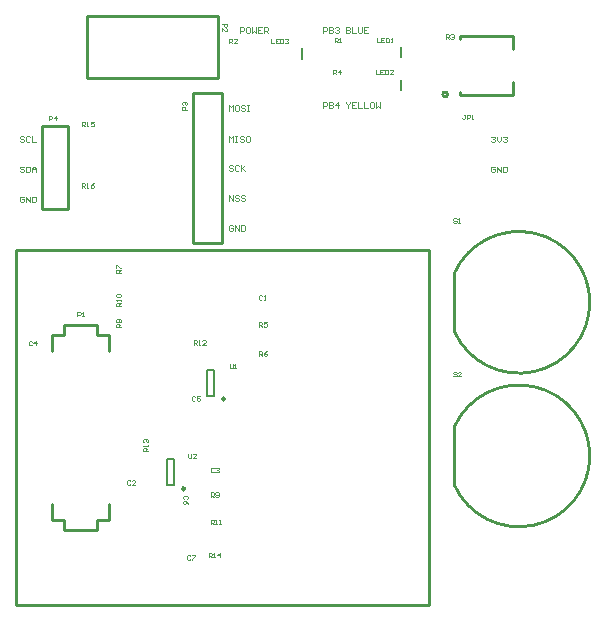
<source format=gto>
G04*
G04 #@! TF.GenerationSoftware,Altium Limited,Altium Designer,19.0.10 (269)*
G04*
G04 Layer_Color=65535*
%FSLAX25Y25*%
%MOIN*%
G70*
G01*
G75*
%ADD10C,0.01000*%
%ADD11C,0.00984*%
%ADD12C,0.00591*%
%ADD13C,0.00787*%
%ADD14C,0.00394*%
%ADD15C,0.00295*%
D10*
X143922Y170079D02*
G03*
X143922Y170079I-812J0D01*
G01*
X146212Y91013D02*
G03*
X146212Y110562I21505J9775D01*
G01*
X146212Y39831D02*
G03*
X146212Y59381I21505J9775D01*
G01*
X59008Y120669D02*
Y170669D01*
Y120669D02*
X68808D01*
Y170669D01*
X59008D02*
X68808D01*
X17350Y131748D02*
Y132150D01*
Y159429D01*
X8768Y131748D02*
X17350D01*
X8768Y159429D02*
X17350D01*
X8768Y131748D02*
Y159429D01*
X52362Y196318D02*
X67440D01*
Y175452D02*
Y196318D01*
X23840Y175452D02*
Y196318D01*
Y175452D02*
X67440D01*
X23840Y196318D02*
X56299D01*
X148031Y188583D02*
Y189567D01*
Y169882D02*
Y171063D01*
X165748Y185236D02*
Y189567D01*
Y169882D02*
Y174213D01*
X148031Y189567D02*
X165748D01*
X148031Y169882D02*
X165748D01*
X146063Y91013D02*
Y110562D01*
X146063Y39831D02*
Y59381D01*
X16142Y93307D02*
X27165D01*
Y89764D02*
X31102D01*
X16142D02*
Y93307D01*
X12205Y89764D02*
X16142D01*
X27165D02*
Y93307D01*
X16142Y24803D02*
Y28346D01*
X27165D02*
X31102D01*
X27165Y24803D02*
Y28346D01*
X12205D02*
X16142D01*
Y24803D02*
X27165D01*
X12205Y84646D02*
Y89764D01*
X31102Y84646D02*
Y89764D01*
X12205Y28346D02*
Y33465D01*
X31102Y28346D02*
Y33465D01*
X0Y0D02*
X137795D01*
Y118110D01*
X0D02*
X137795D01*
X0Y0D02*
Y118110D01*
D11*
X69784Y68602D02*
G03*
X69784Y68602I-492J0D01*
G01*
X56398Y38681D02*
G03*
X56398Y38681I-492J0D01*
G01*
D12*
X128434Y182431D02*
Y186015D01*
Y171437D02*
Y175021D01*
X95408Y182019D02*
Y185603D01*
D13*
X63779Y69685D02*
Y78347D01*
X66142Y69685D02*
Y78347D01*
X63779D02*
X66142D01*
X63779Y69685D02*
X66142D01*
X50394Y39764D02*
Y48425D01*
X52756Y39764D02*
Y48425D01*
X50394D02*
X52756D01*
X50394Y39764D02*
X52756D01*
D14*
X159843Y145734D02*
X159515Y146062D01*
X158860D01*
X158531Y145734D01*
Y144422D01*
X158860Y144095D01*
X159515D01*
X159843Y144422D01*
Y145078D01*
X159187D01*
X160499Y144095D02*
Y146062D01*
X161811Y144095D01*
Y146062D01*
X162467D02*
Y144095D01*
X163451D01*
X163779Y144422D01*
Y145734D01*
X163451Y146062D01*
X162467D01*
X2887Y135734D02*
X2559Y136062D01*
X1903D01*
X1575Y135734D01*
Y134423D01*
X1903Y134095D01*
X2559D01*
X2887Y134423D01*
Y135078D01*
X2231D01*
X3543Y134095D02*
Y136062D01*
X4855Y134095D01*
Y136062D01*
X5511D02*
Y134095D01*
X6494D01*
X6822Y134423D01*
Y135734D01*
X6494Y136062D01*
X5511D01*
X72442Y126128D02*
X72114Y126456D01*
X71458D01*
X71130Y126128D01*
Y124816D01*
X71458Y124488D01*
X72114D01*
X72442Y124816D01*
Y125472D01*
X71786D01*
X73098Y124488D02*
Y126456D01*
X74410Y124488D01*
Y126456D01*
X75066D02*
Y124488D01*
X76050D01*
X76378Y124816D01*
Y126128D01*
X76050Y126456D01*
X75066D01*
X158531Y155734D02*
X158860Y156062D01*
X159515D01*
X159843Y155734D01*
Y155406D01*
X159515Y155078D01*
X159187D01*
X159515D01*
X159843Y154750D01*
Y154422D01*
X159515Y154095D01*
X158860D01*
X158531Y154422D01*
X160499Y156062D02*
Y154750D01*
X161155Y154095D01*
X161811Y154750D01*
Y156062D01*
X162467Y155734D02*
X162795Y156062D01*
X163451D01*
X163779Y155734D01*
Y155406D01*
X163451Y155078D01*
X163123D01*
X163451D01*
X163779Y154750D01*
Y154422D01*
X163451Y154095D01*
X162795D01*
X162467Y154422D01*
X2887Y145734D02*
X2559Y146062D01*
X1903D01*
X1575Y145734D01*
Y145406D01*
X1903Y145078D01*
X2559D01*
X2887Y144750D01*
Y144422D01*
X2559Y144095D01*
X1903D01*
X1575Y144422D01*
X3543Y146062D02*
Y144095D01*
X4527D01*
X4855Y144422D01*
Y145734D01*
X4527Y146062D01*
X3543D01*
X5511Y144095D02*
Y145406D01*
X6166Y146062D01*
X6822Y145406D01*
Y144095D01*
Y145078D01*
X5511D01*
X2887Y155971D02*
X2559Y156299D01*
X1903D01*
X1575Y155971D01*
Y155643D01*
X1903Y155315D01*
X2559D01*
X2887Y154987D01*
Y154659D01*
X2559Y154331D01*
X1903D01*
X1575Y154659D01*
X4855Y155971D02*
X4527Y156299D01*
X3871D01*
X3543Y155971D01*
Y154659D01*
X3871Y154331D01*
X4527D01*
X4855Y154659D01*
X5511Y156299D02*
Y154331D01*
X6822D01*
X71130Y134488D02*
Y136456D01*
X72442Y134488D01*
Y136456D01*
X74410Y136128D02*
X74082Y136456D01*
X73426D01*
X73098Y136128D01*
Y135800D01*
X73426Y135472D01*
X74082D01*
X74410Y135144D01*
Y134816D01*
X74082Y134488D01*
X73426D01*
X73098Y134816D01*
X76378Y136128D02*
X76050Y136456D01*
X75394D01*
X75066Y136128D01*
Y135800D01*
X75394Y135472D01*
X76050D01*
X76378Y135144D01*
Y134816D01*
X76050Y134488D01*
X75394D01*
X75066Y134816D01*
X72442Y146128D02*
X72114Y146456D01*
X71458D01*
X71130Y146128D01*
Y145800D01*
X71458Y145472D01*
X72114D01*
X72442Y145144D01*
Y144816D01*
X72114Y144488D01*
X71458D01*
X71130Y144816D01*
X74410Y146128D02*
X74082Y146456D01*
X73426D01*
X73098Y146128D01*
Y144816D01*
X73426Y144488D01*
X74082D01*
X74410Y144816D01*
X75066Y146456D02*
Y144488D01*
Y145144D01*
X76378Y146456D01*
X75394Y145472D01*
X76378Y144488D01*
X71130Y154331D02*
Y156299D01*
X71786Y155643D01*
X72442Y156299D01*
Y154331D01*
X73098Y156299D02*
X73754D01*
X73426D01*
Y154331D01*
X73098D01*
X73754D01*
X76050Y155971D02*
X75722Y156299D01*
X75066D01*
X74738Y155971D01*
Y155643D01*
X75066Y155315D01*
X75722D01*
X76050Y154987D01*
Y154659D01*
X75722Y154331D01*
X75066D01*
X74738Y154659D01*
X77689Y156299D02*
X77034D01*
X76705Y155971D01*
Y154659D01*
X77034Y154331D01*
X77689D01*
X78017Y154659D01*
Y155971D01*
X77689Y156299D01*
X71130Y164488D02*
Y166456D01*
X71786Y165800D01*
X72442Y166456D01*
Y164488D01*
X74082Y166456D02*
X73426D01*
X73098Y166128D01*
Y164816D01*
X73426Y164488D01*
X74082D01*
X74410Y164816D01*
Y166128D01*
X74082Y166456D01*
X76378Y166128D02*
X76050Y166456D01*
X75394D01*
X75066Y166128D01*
Y165800D01*
X75394Y165472D01*
X76050D01*
X76378Y165144D01*
Y164816D01*
X76050Y164488D01*
X75394D01*
X75066Y164816D01*
X77034Y166456D02*
X77689D01*
X77362D01*
Y164488D01*
X77034D01*
X77689D01*
X74803Y190551D02*
Y192519D01*
X75787D01*
X76115Y192191D01*
Y191535D01*
X75787Y191207D01*
X74803D01*
X77755Y192519D02*
X77099D01*
X76771Y192191D01*
Y190879D01*
X77099Y190551D01*
X77755D01*
X78083Y190879D01*
Y192191D01*
X77755Y192519D01*
X78739D02*
Y190551D01*
X79395Y191207D01*
X80051Y190551D01*
Y192519D01*
X82019D02*
X80707D01*
Y190551D01*
X82019D01*
X80707Y191535D02*
X81363D01*
X82675Y190551D02*
Y192519D01*
X83658D01*
X83987Y192191D01*
Y191535D01*
X83658Y191207D01*
X82675D01*
X83331D02*
X83987Y190551D01*
X102362Y165669D02*
Y167637D01*
X103346D01*
X103674Y167309D01*
Y166653D01*
X103346Y166325D01*
X102362D01*
X104330Y167637D02*
Y165669D01*
X105314D01*
X105642Y165997D01*
Y166325D01*
X105314Y166653D01*
X104330D01*
X105314D01*
X105642Y166981D01*
Y167309D01*
X105314Y167637D01*
X104330D01*
X107282Y165669D02*
Y167637D01*
X106298Y166653D01*
X107610D01*
X110234Y167637D02*
Y167309D01*
X110890Y166653D01*
X111546Y167309D01*
Y167637D01*
X110890Y166653D02*
Y165669D01*
X113513Y167637D02*
X112201D01*
Y165669D01*
X113513D01*
X112201Y166653D02*
X112857D01*
X114169Y167637D02*
Y165669D01*
X115481D01*
X116137Y167637D02*
Y165669D01*
X117449D01*
X119089Y167637D02*
X118433D01*
X118105Y167309D01*
Y165997D01*
X118433Y165669D01*
X119089D01*
X119417Y165997D01*
Y167309D01*
X119089Y167637D01*
X120073D02*
Y165669D01*
X120729Y166325D01*
X121385Y165669D01*
Y167637D01*
X102362Y190551D02*
Y192519D01*
X103346D01*
X103674Y192191D01*
Y191535D01*
X103346Y191207D01*
X102362D01*
X104330Y192519D02*
Y190551D01*
X105314D01*
X105642Y190879D01*
Y191207D01*
X105314Y191535D01*
X104330D01*
X105314D01*
X105642Y191863D01*
Y192191D01*
X105314Y192519D01*
X104330D01*
X106298Y192191D02*
X106626Y192519D01*
X107282D01*
X107610Y192191D01*
Y191863D01*
X107282Y191535D01*
X106954D01*
X107282D01*
X107610Y191207D01*
Y190879D01*
X107282Y190551D01*
X106626D01*
X106298Y190879D01*
X110234Y192519D02*
Y190551D01*
X111218D01*
X111546Y190879D01*
Y191207D01*
X111218Y191535D01*
X110234D01*
X111218D01*
X111546Y191863D01*
Y192191D01*
X111218Y192519D01*
X110234D01*
X112201D02*
Y190551D01*
X113513D01*
X114169Y192519D02*
Y190879D01*
X114497Y190551D01*
X115153D01*
X115481Y190879D01*
Y192519D01*
X117449D02*
X116137D01*
Y190551D01*
X117449D01*
X116137Y191535D02*
X116793D01*
D15*
X57087Y164961D02*
X55512D01*
Y165748D01*
X55775Y166010D01*
X56300D01*
X56562Y165748D01*
Y164961D01*
X55775Y166535D02*
X55512Y166797D01*
Y167322D01*
X55775Y167584D01*
X56037D01*
X56300Y167322D01*
Y167060D01*
Y167322D01*
X56562Y167584D01*
X56824D01*
X57087Y167322D01*
Y166797D01*
X56824Y166535D01*
X22047Y138976D02*
Y140551D01*
X22834D01*
X23097Y140288D01*
Y139763D01*
X22834Y139501D01*
X22047D01*
X22572D02*
X23097Y138976D01*
X23621D02*
X24146D01*
X23884D01*
Y140551D01*
X23621Y140288D01*
X25983Y140551D02*
X25458Y140288D01*
X24933Y139763D01*
Y139239D01*
X25196Y138976D01*
X25721D01*
X25983Y139239D01*
Y139501D01*
X25721Y139763D01*
X24933D01*
X22047Y159449D02*
Y161023D01*
X22834D01*
X23097Y160761D01*
Y160236D01*
X22834Y159974D01*
X22047D01*
X22572D02*
X23097Y159449D01*
X23621D02*
X24146D01*
X23884D01*
Y161023D01*
X23621Y160761D01*
X25983Y161023D02*
X24933D01*
Y160236D01*
X25458Y160498D01*
X25721D01*
X25983Y160236D01*
Y159711D01*
X25721Y159449D01*
X25196D01*
X24933Y159711D01*
X11024Y161417D02*
Y162992D01*
X11811D01*
X12073Y162729D01*
Y162205D01*
X11811Y161942D01*
X11024D01*
X13385Y161417D02*
Y162992D01*
X12598Y162205D01*
X13647D01*
X149868Y163385D02*
X149344D01*
X149606D01*
Y162073D01*
X149344Y161811D01*
X149081D01*
X148819Y162073D01*
X150393Y161811D02*
Y163385D01*
X151180D01*
X151443Y163123D01*
Y162598D01*
X151180Y162336D01*
X150393D01*
X151968Y161811D02*
X152492D01*
X152230D01*
Y163385D01*
X151968Y163123D01*
X64252Y15748D02*
Y17322D01*
X65039D01*
X65302Y17060D01*
Y16535D01*
X65039Y16273D01*
X64252D01*
X64777D02*
X65302Y15748D01*
X65826D02*
X66351D01*
X66089D01*
Y17322D01*
X65826Y17060D01*
X67925Y15748D02*
Y17322D01*
X67138Y16535D01*
X68188D01*
X58235Y16273D02*
X57972Y16535D01*
X57447D01*
X57185Y16273D01*
Y15223D01*
X57447Y14961D01*
X57972D01*
X58235Y15223D01*
X58759Y16535D02*
X59809D01*
Y16273D01*
X58759Y15223D01*
Y14961D01*
X44094Y51181D02*
X42520D01*
Y51968D01*
X42783Y52231D01*
X43307D01*
X43570Y51968D01*
Y51181D01*
Y51706D02*
X44094Y52231D01*
Y52755D02*
Y53280D01*
Y53018D01*
X42520D01*
X42783Y52755D01*
Y54067D02*
X42520Y54330D01*
Y54854D01*
X42783Y55117D01*
X43045D01*
X43307Y54854D01*
Y54592D01*
Y54854D01*
X43570Y55117D01*
X43832D01*
X44094Y54854D01*
Y54330D01*
X43832Y54067D01*
X59351Y86614D02*
Y88188D01*
X60138D01*
X60400Y87926D01*
Y87401D01*
X60138Y87139D01*
X59351D01*
X59875D02*
X60400Y86614D01*
X60925D02*
X61449D01*
X61187D01*
Y88188D01*
X60925Y87926D01*
X63286Y86614D02*
X62237D01*
X63286Y87664D01*
Y87926D01*
X63024Y88188D01*
X62499D01*
X62237Y87926D01*
X57217Y35171D02*
X57480Y35433D01*
Y35958D01*
X57217Y36220D01*
X56168D01*
X55905Y35958D01*
Y35433D01*
X56168Y35171D01*
X57480Y33597D02*
X57217Y34121D01*
X56693Y34646D01*
X56168D01*
X55905Y34384D01*
Y33859D01*
X56168Y33597D01*
X56430D01*
X56693Y33859D01*
Y34646D01*
X59809Y69225D02*
X59547Y69488D01*
X59022D01*
X58760Y69225D01*
Y68176D01*
X59022Y67913D01*
X59547D01*
X59809Y68176D01*
X61384Y69488D02*
X60334D01*
Y68700D01*
X60859Y68963D01*
X61121D01*
X61384Y68700D01*
Y68176D01*
X61121Y67913D01*
X60597D01*
X60334Y68176D01*
X57480Y50393D02*
Y49081D01*
X57743Y48819D01*
X58267D01*
X58530Y49081D01*
Y50393D01*
X60104Y48819D02*
X59055D01*
X60104Y49868D01*
Y50131D01*
X59842Y50393D01*
X59317D01*
X59055Y50131D01*
X71260Y80314D02*
Y79002D01*
X71522Y78740D01*
X72047D01*
X72309Y79002D01*
Y80314D01*
X72834Y78740D02*
X73359D01*
X73097D01*
Y80314D01*
X72834Y80052D01*
X146918Y77379D02*
X146656Y77641D01*
X146131D01*
X145869Y77379D01*
Y77116D01*
X146131Y76854D01*
X146656D01*
X146918Y76592D01*
Y76329D01*
X146656Y76067D01*
X146131D01*
X145869Y76329D01*
X148492Y76067D02*
X147443D01*
X148492Y77116D01*
Y77379D01*
X148230Y77641D01*
X147705D01*
X147443Y77379D01*
X146918Y128547D02*
X146656Y128809D01*
X146131D01*
X145869Y128547D01*
Y128284D01*
X146131Y128022D01*
X146656D01*
X146918Y127759D01*
Y127497D01*
X146656Y127235D01*
X146131D01*
X145869Y127497D01*
X147443Y127235D02*
X147968D01*
X147705D01*
Y128809D01*
X147443Y128547D01*
X64961Y26772D02*
Y28346D01*
X65748D01*
X66010Y28084D01*
Y27559D01*
X65748Y27296D01*
X64961D01*
X65485D02*
X66010Y26772D01*
X66535D02*
X67060D01*
X66797D01*
Y28346D01*
X66535Y28084D01*
X67847Y26772D02*
X68372D01*
X68109D01*
Y28346D01*
X67847Y28084D01*
X35039Y99606D02*
X33465D01*
Y100393D01*
X33727Y100656D01*
X34252D01*
X34515Y100393D01*
Y99606D01*
Y100131D02*
X35039Y100656D01*
Y101181D02*
Y101705D01*
Y101443D01*
X33465D01*
X33727Y101181D01*
Y102492D02*
X33465Y102755D01*
Y103280D01*
X33727Y103542D01*
X34777D01*
X35039Y103280D01*
Y102755D01*
X34777Y102492D01*
X33727D01*
X64961Y35827D02*
Y37401D01*
X65748D01*
X66010Y37139D01*
Y36614D01*
X65748Y36351D01*
X64961D01*
X65485D02*
X66010Y35827D01*
X66535Y36089D02*
X66797Y35827D01*
X67322D01*
X67585Y36089D01*
Y37139D01*
X67322Y37401D01*
X66797D01*
X66535Y37139D01*
Y36876D01*
X66797Y36614D01*
X67585D01*
X35039Y92520D02*
X33465D01*
Y93307D01*
X33727Y93569D01*
X34252D01*
X34515Y93307D01*
Y92520D01*
Y93044D02*
X35039Y93569D01*
X33727Y94094D02*
X33465Y94356D01*
Y94881D01*
X33727Y95144D01*
X33990D01*
X34252Y94881D01*
X34515Y95144D01*
X34777D01*
X35039Y94881D01*
Y94356D01*
X34777Y94094D01*
X34515D01*
X34252Y94356D01*
X33990Y94094D01*
X33727D01*
X34252Y94356D02*
Y94881D01*
X35039Y110630D02*
X33465D01*
Y111417D01*
X33727Y111679D01*
X34252D01*
X34515Y111417D01*
Y110630D01*
Y111155D02*
X35039Y111679D01*
X33465Y112204D02*
Y113254D01*
X33727D01*
X34777Y112204D01*
X35039D01*
X81102Y82874D02*
Y84448D01*
X81889D01*
X82152Y84186D01*
Y83661D01*
X81889Y83399D01*
X81102D01*
X81627D02*
X82152Y82874D01*
X83726Y84448D02*
X83201Y84186D01*
X82677Y83661D01*
Y83136D01*
X82939Y82874D01*
X83464D01*
X83726Y83136D01*
Y83399D01*
X83464Y83661D01*
X82677D01*
X81071Y92717D02*
Y94291D01*
X81858D01*
X82120Y94029D01*
Y93504D01*
X81858Y93241D01*
X81071D01*
X81596D02*
X82120Y92717D01*
X83695Y94291D02*
X82645D01*
Y93504D01*
X83170Y93766D01*
X83432D01*
X83695Y93504D01*
Y92979D01*
X83432Y92717D01*
X82907D01*
X82645Y92979D01*
X105774Y176772D02*
Y178346D01*
X106562D01*
X106824Y178084D01*
Y177559D01*
X106562Y177296D01*
X105774D01*
X106299D02*
X106824Y176772D01*
X108136D02*
Y178346D01*
X107349Y177559D01*
X108398D01*
X143307Y188583D02*
Y190157D01*
X144094D01*
X144357Y189895D01*
Y189370D01*
X144094Y189107D01*
X143307D01*
X143832D02*
X144357Y188583D01*
X144881Y189895D02*
X145144Y190157D01*
X145668D01*
X145931Y189895D01*
Y189632D01*
X145668Y189370D01*
X145406D01*
X145668D01*
X145931Y189107D01*
Y188845D01*
X145668Y188583D01*
X145144D01*
X144881Y188845D01*
X71051Y187094D02*
Y188669D01*
X71839D01*
X72101Y188406D01*
Y187881D01*
X71839Y187619D01*
X71051D01*
X71576D02*
X72101Y187094D01*
X73675D02*
X72626D01*
X73675Y188144D01*
Y188406D01*
X73413Y188669D01*
X72888D01*
X72626Y188406D01*
X106299Y187402D02*
Y188976D01*
X107086D01*
X107349Y188714D01*
Y188189D01*
X107086Y187926D01*
X106299D01*
X106824D02*
X107349Y187402D01*
X107873D02*
X108398D01*
X108136D01*
Y188976D01*
X107873Y188714D01*
X68808Y193701D02*
X70382D01*
Y192914D01*
X70120Y192651D01*
X69595D01*
X69332Y192914D01*
Y193701D01*
X68808Y191077D02*
Y192127D01*
X69857Y191077D01*
X70120D01*
X70382Y191339D01*
Y191864D01*
X70120Y192127D01*
X85039Y188669D02*
Y187094D01*
X86089D01*
X87663Y188669D02*
X86614D01*
Y187094D01*
X87663D01*
X86614Y187881D02*
X87138D01*
X88188Y188669D02*
Y187094D01*
X88975D01*
X89237Y187357D01*
Y188406D01*
X88975Y188669D01*
X88188D01*
X89762Y188406D02*
X90025Y188669D01*
X90549D01*
X90812Y188406D01*
Y188144D01*
X90549Y187881D01*
X90287D01*
X90549D01*
X90812Y187619D01*
Y187357D01*
X90549Y187094D01*
X90025D01*
X89762Y187357D01*
X119981Y178346D02*
Y176772D01*
X121031D01*
X122605Y178346D02*
X121555D01*
Y176772D01*
X122605D01*
X121555Y177559D02*
X122080D01*
X123130Y178346D02*
Y176772D01*
X123917D01*
X124179Y177034D01*
Y178084D01*
X123917Y178346D01*
X123130D01*
X125753Y176772D02*
X124704D01*
X125753Y177821D01*
Y178084D01*
X125491Y178346D01*
X124966D01*
X124704Y178084D01*
X120281Y188976D02*
Y187402D01*
X121331D01*
X122905Y188976D02*
X121855D01*
Y187402D01*
X122905D01*
X121855Y188189D02*
X122380D01*
X123430Y188976D02*
Y187402D01*
X124217D01*
X124479Y187664D01*
Y188714D01*
X124217Y188976D01*
X123430D01*
X125004Y187402D02*
X125529D01*
X125266D01*
Y188976D01*
X125004Y188714D01*
X5380Y87729D02*
X5118Y87992D01*
X4593D01*
X4331Y87729D01*
Y86680D01*
X4593Y86417D01*
X5118D01*
X5380Y86680D01*
X6692Y86417D02*
Y87992D01*
X5905Y87204D01*
X6955D01*
X66010Y45406D02*
X65748Y45669D01*
X65223D01*
X64961Y45406D01*
Y44357D01*
X65223Y44094D01*
X65748D01*
X66010Y44357D01*
X66535Y45406D02*
X66797Y45669D01*
X67322D01*
X67585Y45406D01*
Y45144D01*
X67322Y44882D01*
X67060D01*
X67322D01*
X67585Y44619D01*
Y44357D01*
X67322Y44094D01*
X66797D01*
X66535Y44357D01*
X38181Y41174D02*
X37919Y41436D01*
X37394D01*
X37132Y41174D01*
Y40125D01*
X37394Y39862D01*
X37919D01*
X38181Y40125D01*
X39755Y39862D02*
X38706D01*
X39755Y40912D01*
Y41174D01*
X39493Y41436D01*
X38968D01*
X38706Y41174D01*
X82152Y102887D02*
X81889Y103149D01*
X81365D01*
X81102Y102887D01*
Y101837D01*
X81365Y101575D01*
X81889D01*
X82152Y101837D01*
X82677Y101575D02*
X83201D01*
X82939D01*
Y103149D01*
X82677Y102887D01*
X20575Y96075D02*
Y97649D01*
X21362D01*
X21624Y97387D01*
Y96862D01*
X21362Y96600D01*
X20575D01*
X22149Y96075D02*
X22674D01*
X22411D01*
Y97649D01*
X22149Y97387D01*
M02*

</source>
